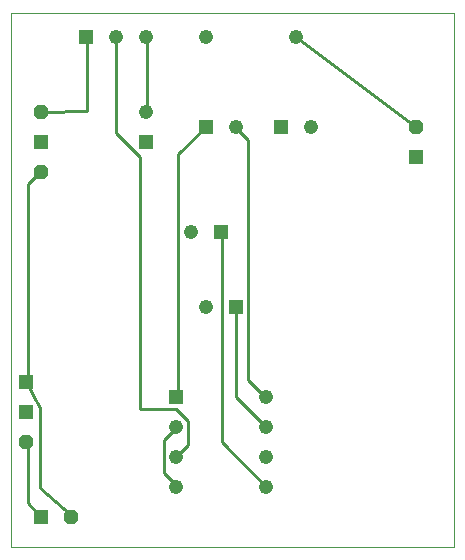
<source format=gtl>
G75*
G70*
%OFA0B0*%
%FSLAX24Y24*%
%IPPOS*%
%LPD*%
%AMOC8*
5,1,8,0,0,1.08239X$1,22.5*
%
%ADD10C,0.0000*%
%ADD11R,0.0476X0.0476*%
%ADD12C,0.0476*%
%ADD13OC8,0.0476*%
%ADD14C,0.0100*%
D10*
X000181Y000101D02*
X000181Y017897D01*
X014951Y017897D01*
X014951Y000101D01*
X000181Y000101D01*
D11*
X001181Y001101D03*
X000681Y004601D03*
X000681Y005601D03*
X005681Y005101D03*
X007681Y008101D03*
X007181Y010601D03*
X004681Y013601D03*
X006681Y014101D03*
X009181Y014101D03*
X013681Y013101D03*
X002681Y017101D03*
X001181Y013601D03*
D12*
X003681Y017101D03*
X004681Y017101D03*
X006681Y017101D03*
X004681Y014601D03*
X007681Y014101D03*
X010181Y014101D03*
X009681Y017101D03*
X006181Y010601D03*
X006681Y008101D03*
X008681Y005101D03*
X008681Y004101D03*
X008681Y003101D03*
X008681Y002101D03*
X005681Y002101D03*
X005681Y003101D03*
X005681Y004101D03*
D13*
X002181Y001101D03*
X000681Y003601D03*
X001181Y012601D03*
X001181Y014601D03*
X013681Y014101D03*
D14*
X009681Y017101D01*
X007681Y014101D02*
X007681Y014061D01*
X008081Y013661D01*
X008081Y005661D01*
X008641Y005101D01*
X008681Y005101D01*
X008681Y004101D02*
X007681Y005101D01*
X007681Y008101D01*
X007201Y010541D02*
X007181Y010601D01*
X007201Y010541D02*
X007201Y003581D01*
X008681Y002101D01*
X006081Y003501D02*
X006081Y004301D01*
X005681Y004701D01*
X004481Y004701D01*
X004481Y013101D01*
X003681Y013901D01*
X003681Y017101D01*
X002721Y017101D02*
X002681Y017101D01*
X002721Y017101D02*
X002721Y014621D01*
X001181Y014601D01*
X001181Y012601D02*
X001141Y012581D01*
X000741Y012181D01*
X000741Y005621D01*
X000681Y005601D01*
X001161Y004721D01*
X001161Y002061D01*
X002181Y001141D01*
X002181Y001101D01*
X001181Y001101D02*
X000741Y001541D01*
X000741Y003541D01*
X000681Y003601D01*
X005281Y003661D02*
X005281Y002541D01*
X005681Y002141D01*
X005681Y002101D01*
X005681Y003101D02*
X006081Y003501D01*
X005681Y004061D02*
X005681Y004101D01*
X005681Y004061D02*
X005281Y003661D01*
X005681Y005101D02*
X005761Y005181D01*
X005761Y013181D01*
X006681Y014101D01*
X004721Y014621D02*
X004681Y014601D01*
X004721Y014621D02*
X004721Y017101D01*
X004681Y017101D01*
M02*

</source>
